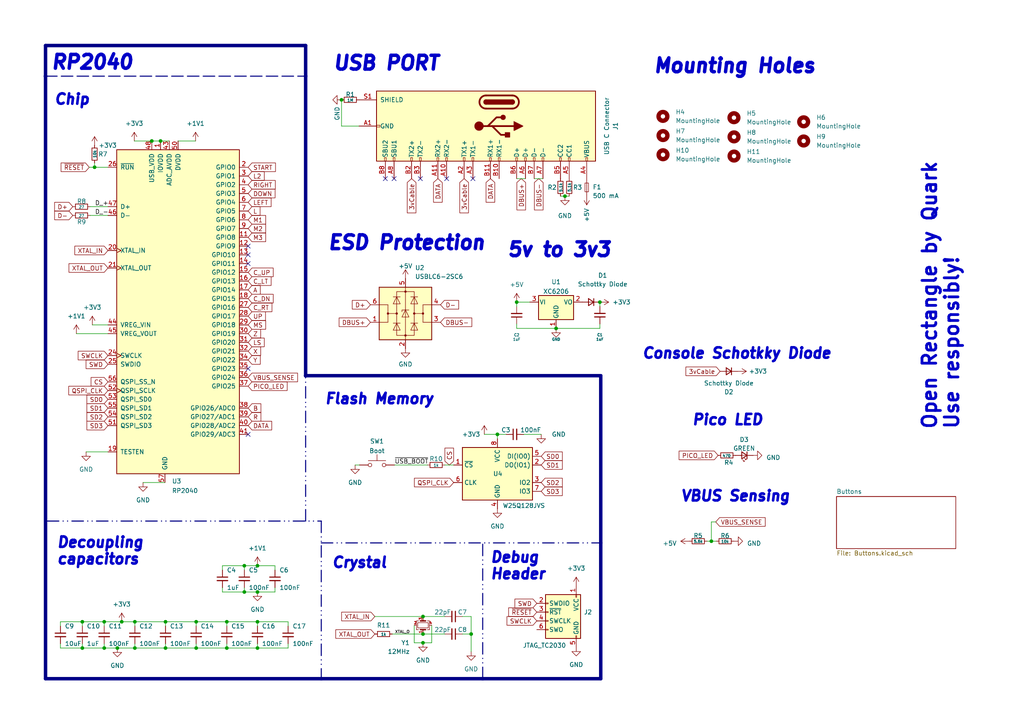
<source format=kicad_sch>
(kicad_sch (version 20230121) (generator eeschema)
  (paper "A4")
  (lib_symbols
    (symbol "Connector:USB_C_Receptacle" (pin_names (offset 1.016))
      (property "Reference" "J" (at -10.16 29.21 0))
      (property "Value" "USB_C_Receptacle" (at 10.16 29.21 0))
      (symbol "USB_C_Receptacle_1_1"
        (pin passive line (at 0 -40.64 90) (length 5.08) (name "GND") (number "A1"))
        (pin bidirectional line (at 15.24 -15.24 180) (length 5.08) (name "RX2-") (number "A10"))
        (pin bidirectional line (at 15.24 -17.78 180) (length 5.08) (name "RX2+") (number "A11"))
        (pin passive line (at 0 -40.64 90) (length 5.08) hide (name "GND") (number "A12"))
        (pin bidirectional line (at 15.24 -10.16 180) (length 5.08) (name "TX1+") (number "A2"))
        (pin bidirectional line (at 15.24 -7.62 180) (length 5.08) (name "TX1-") (number "A3"))
        (pin passive line (at 15.24 25.4 180) (length 5.08) (name "VBUS") (number "A4"))
        (pin bidirectional line (at 15.24 20.32 180) (length 5.08) (name "CC1") (number "A5"))
        (pin bidirectional line (at 15.24 7.62 180) (length 5.08) (name "D+") (number "A6"))
        (pin bidirectional line (at 15.24 12.7 180) (length 5.08) (name "D-") (number "A7"))
        (pin bidirectional line (at 15.24 -30.48 180) (length 5.08) (name "SBU1") (number "A8"))
        (pin passive line (at 15.24 25.4 180) (length 5.08) hide (name "VBUS") (number "A9"))
        (pin passive line (at 0 -40.64 90) (length 5.08) hide (name "GND") (number "B1"))
        (pin bidirectional line (at 15.24 0 180) (length 5.08) (name "RX1-") (number "B10"))
        (pin bidirectional line (at 15.24 -2.54 180) (length 5.08) (name "RX1+") (number "B11"))
        (pin passive line (at 0 -40.64 90) (length 5.08) hide (name "GND") (number "B12"))
        (pin bidirectional line (at 15.24 -25.4 180) (length 5.08) (name "TX2+") (number "B2"))
        (pin bidirectional line (at 15.24 -22.86 180) (length 5.08) (name "TX2-") (number "B3"))
        (pin passive line (at 15.24 25.4 180) (length 5.08) hide (name "VBUS") (number "B4"))
        (pin bidirectional line (at 15.24 17.78 180) (length 5.08) (name "CC2") (number "B5"))
        (pin bidirectional line (at 15.24 5.08 180) (length 5.08) (name "D+") (number "B6"))
        (pin bidirectional line (at 15.24 10.16 180) (length 5.08) (name "D-") (number "B7"))
        (pin bidirectional line (at 15.24 -33.02 180) (length 5.08) (name "SBU2") (number "B8"))
        (pin passive line (at 15.24 25.4 180) (length 5.08) hide (name "VBUS") (number "B9"))
        (pin passive line (at -7.62 -40.64 90) (length 5.08) (name "SHIELD") (number "S1"))
      )
    )
    (symbol "Device:C_Small" (pin_numbers hide) (pin_names (offset 0.254) hide)
      (property "Reference" "C" (at 0.254 1.778 0))
      (property "Value" "C_Small" (at 0.254 -2.032 0))
      (symbol "C_Small_1_1"
        (pin passive line (at 0 2.54 270) (length 2.032) (name "~") (number "1"))
        (pin passive line (at 0 -2.54 90) (length 2.032) (name "~") (number "2"))
      )
    )
    (symbol "Device:Crystal_GND24_Small" (pin_names (offset 1.016) hide)
      (property "Reference" "Y" (at 1.27 4.445 0))
      (property "Value" "Crystal_GND24_Small" (at 1.27 2.54 0))
      (symbol "Crystal_GND24_Small_1_1"
        (pin passive line (at -2.54 0 0) (length 1.27) (name "1") (number "1"))
        (pin passive line (at 0 -2.54 90) (length 0.635) (name "2") (number "2"))
        (pin passive line (at 2.54 0 180) (length 1.27) (name "3") (number "3"))
        (pin passive line (at 0 2.54 270) (length 0.635) (name "4") (number "4"))
      )
    )
    (symbol "Device:D_Small" (pin_numbers hide) (pin_names (offset 0.254) hide)
      (property "Reference" "D" (at -1.27 2.032 0))
      (property "Value" "D_Small" (at -3.81 -2.032 0))
      (symbol "D_Small_1_1"
        (pin passive line (at -2.54 0 0) (length 1.778) (name "K") (number "1"))
        (pin passive line (at 2.54 0 180) (length 1.778) (name "A") (number "2"))
      )
    )
    (symbol "Device:Fuse_Small" (pin_numbers hide) (pin_names (offset 0.254) hide)
      (property "Reference" "F" (at 0 -1.524 0))
      (property "Value" "Fuse_Small" (at 0 1.524 0))
      (symbol "Fuse_Small_1_1"
        (pin passive line (at -2.54 0 0) (length 1.27) (name "~") (number "1"))
        (pin passive line (at 2.54 0 180) (length 1.27) (name "~") (number "2"))
      )
    )
    (symbol "Device:LED_Small" (pin_numbers hide) (pin_names (offset 0.254) hide)
      (property "Reference" "D" (at -1.27 3.175 0))
      (property "Value" "LED_Small" (at -4.445 -2.54 0))
      (symbol "LED_Small_1_1"
        (pin passive line (at -2.54 0 0) (length 1.778) (name "K") (number "1"))
        (pin passive line (at 2.54 0 180) (length 1.778) (name "A") (number "2"))
      )
    )
    (symbol "Device:R_Small" (pin_numbers hide) (pin_names (offset 0.254) hide)
      (property "Reference" "R" (at 0.762 0.508 0))
      (property "Value" "R_Small" (at 0.762 -1.016 0))
      (symbol "R_Small_1_1"
        (pin passive line (at 0 2.54 270) (length 0.762) (name "~") (number "1"))
        (pin passive line (at 0 -2.54 90) (length 0.762) (name "~") (number "2"))
      )
    )
    (symbol "Mechanical:MountingHole" (pin_names (offset 1.016))
      (property "Reference" "H" (at 0 5.08 0))
      (property "Value" "MountingHole" (at 0 3.175 0))
    )
    (symbol "Memory_Flash:W25Q128JVS"
      (property "Reference" "U" (at -8.89 8.89 0))
      (property "Value" "W25Q128JVS" (at 7.62 8.89 0))
      (symbol "W25Q128JVS_1_1"
        (pin input line (at -12.7 2.54 0) (length 2.54) (name "~{CS}") (number "1"))
        (pin bidirectional line (at 12.7 2.54 180) (length 2.54) (name "DO(IO1)") (number "2"))
        (pin bidirectional line (at 12.7 -2.54 180) (length 2.54) (name "IO2") (number "3"))
        (pin power_in line (at 0 -10.16 90) (length 2.54) (name "GND") (number "4"))
        (pin bidirectional line (at 12.7 5.08 180) (length 2.54) (name "DI(IO0)") (number "5"))
        (pin input line (at -12.7 -2.54 0) (length 2.54) (name "CLK") (number "6"))
        (pin bidirectional line (at 12.7 -5.08 180) (length 2.54) (name "IO3") (number "7"))
        (pin power_in line (at 0 10.16 270) (length 2.54) (name "VCC") (number "8"))
      )
    )
    (symbol "Power_Protection:USBLC6-2SC6" (pin_names hide)
      (property "Reference" "U" (at 2.54 8.89 0))
      (property "Value" "USBLC6-2SC6" (at 2.54 -8.89 0))
      (symbol "USBLC6-2SC6_1_1"
        (pin passive line (at -10.16 -2.54 0) (length 2.54) (name "I/O1") (number "1"))
        (pin passive line (at 0 -10.16 90) (length 2.54) (name "GND") (number "2"))
        (pin passive line (at 10.16 -2.54 180) (length 2.54) (name "I/O2") (number "3"))
        (pin passive line (at 10.16 2.54 180) (length 2.54) (name "I/O2") (number "4"))
        (pin passive line (at 0 10.16 270) (length 2.54) (name "VBUS") (number "5"))
        (pin passive line (at -10.16 2.54 0) (length 2.54) (name "I/O1") (number "6"))
      )
    )
    (symbol "Regulator_Linear:XC6206PxxxMR" (pin_names (offset 0.254))
      (property "Reference" "U" (at -3.81 3.175 0))
      (property "Value" "XC6206PxxxMR" (at 0 3.175 0))
      (symbol "XC6206PxxxMR_1_1"
        (pin power_in line (at 0 -7.62 90) (length 2.54) (name "GND") (number "1"))
        (pin power_out line (at 7.62 0 180) (length 2.54) (name "VO") (number "2"))
        (pin power_in line (at -7.62 0 0) (length 2.54) (name "VI") (number "3"))
      )
    )
    (symbol "Sleep-lib:RP2040" (pin_names (offset 1.016))
      (property "Reference" "U" (at 8.89 51.435 0))
      (property "Value" "RP2040" (at 8.89 48.895 0))
      (symbol "RP2040_1_1"
        (pin power_in line (at -5.08 50.8 270) (length 2.54) (name "IOVDD") (number "1"))
        (pin power_in line (at -5.08 50.8 270) (length 2.54) hide (name "IOVDD") (number "10"))
        (pin input line (at 20.32 22.86 180) (length 2.54) (name "GPIO8") (number "11"))
        (pin input line (at 20.32 20.32 180) (length 2.54) (name "GPIO9") (number "12"))
        (pin input line (at 20.32 17.78 180) (length 2.54) (name "GPIO10") (number "13"))
        (pin input line (at 20.32 15.24 180) (length 2.54) (name "GPIO11") (number "14"))
        (pin input line (at 20.32 12.7 180) (length 2.54) (name "GPIO12") (number "15"))
        (pin input line (at 20.32 10.16 180) (length 2.54) (name "GPIO13") (number "16"))
        (pin input line (at 20.32 7.62 180) (length 2.54) (name "GPIO14") (number "17"))
        (pin input line (at 20.32 5.08 180) (length 2.54) (name "GPIO15") (number "18"))
        (pin input line (at -20.32 -39.37 0) (length 2.54) (name "TESTEN") (number "19"))
        (pin input line (at 20.32 43.18 180) (length 2.54) (name "GPIO0") (number "2"))
        (pin input clock (at -20.32 19.05 0) (length 2.54) (name "XTAL_IN") (number "20"))
        (pin input clock (at -20.32 13.97 0) (length 2.54) (name "XTAL_OUT") (number "21"))
        (pin power_in line (at -5.08 50.8 270) (length 2.54) hide (name "IOVDD") (number "22"))
        (pin power_in line (at 0 50.8 270) (length 2.54) hide (name "DVDD") (number "23"))
        (pin input clock (at -20.32 -11.43 0) (length 2.54) (name "SWCLK") (number "24"))
        (pin bidirectional line (at -20.32 -13.97 0) (length 2.54) (name "SWDIO") (number "25"))
        (pin input line (at -20.32 43.18 0) (length 2.54) (name "~{RUN}") (number "26"))
        (pin input line (at 20.32 2.54 180) (length 2.54) (name "GPIO16") (number "27"))
        (pin input line (at 20.32 0 180) (length 2.54) (name "GPIO17") (number "28"))
        (pin input line (at 20.32 -2.54 180) (length 2.54) (name "GPIO18") (number "29"))
        (pin input line (at 20.32 40.64 180) (length 2.54) (name "GPIO1") (number "3"))
        (pin input line (at 20.32 -5.08 180) (length 2.54) (name "GPIO19") (number "30"))
        (pin input line (at 20.32 -7.62 180) (length 2.54) (name "GPIO20") (number "31"))
        (pin input line (at 20.32 -10.16 180) (length 2.54) (name "GPIO21") (number "32"))
        (pin power_in line (at -5.08 50.8 270) (length 2.54) hide (name "IOVDD") (number "33"))
        (pin input line (at 20.32 -12.7 180) (length 2.54) (name "GPIO22") (number "34"))
        (pin input line (at 20.32 -15.24 180) (length 2.54) (name "GPIO23") (number "35"))
        (pin input line (at 20.32 -17.78 180) (length 2.54) (name "GPIO24") (number "36"))
        (pin input line (at 20.32 -20.32 180) (length 2.54) (name "GPIO25") (number "37"))
        (pin input line (at 20.32 -26.67 180) (length 2.54) (name "GPIO26/ADC0") (number "38"))
        (pin input line (at 20.32 -29.21 180) (length 2.54) (name "GPIO27/ADC1") (number "39"))
        (pin input line (at 20.32 38.1 180) (length 2.54) (name "GPIO2") (number "4"))
        (pin input line (at 20.32 -31.75 180) (length 2.54) (name "GPIO28/ADC2") (number "40"))
        (pin input line (at 20.32 -34.29 180) (length 2.54) (name "GPIO29/ADC3") (number "41"))
        (pin power_in line (at -5.08 50.8 270) (length 2.54) hide (name "IOVDD") (number "42"))
        (pin power_in line (at -2.54 50.8 270) (length 2.54) (name "ADC_AVDD") (number "43"))
        (pin power_in line (at -20.32 -2.54 0) (length 2.54) (name "VREG_VIN") (number "44"))
        (pin power_out line (at -20.32 -5.08 0) (length 2.54) (name "VREG_VOUT") (number "45"))
        (pin bidirectional line (at -20.32 29.21 0) (length 2.54) (name "D-") (number "46"))
        (pin bidirectional line (at -20.32 31.75 0) (length 2.54) (name "D+") (number "47"))
        (pin power_in line (at -7.62 50.8 270) (length 2.54) (name "USB_VDD") (number "48"))
        (pin power_in line (at -5.08 50.8 270) (length 2.54) hide (name "IOVDD") (number "49"))
        (pin input line (at 20.32 35.56 180) (length 2.54) (name "GPIO3") (number "5"))
        (pin power_in line (at 0 50.8 270) (length 2.54) (name "DVDD") (number "50"))
        (pin bidirectional line (at -20.32 -31.75 0) (length 2.54) (name "QSPI_SD3") (number "51"))
        (pin input clock (at -20.32 -21.59 0) (length 2.54) (name "QSPI_SCLK") (number "52"))
        (pin bidirectional line (at -20.32 -24.13 0) (length 2.54) (name "QSPI_SD0") (number "53"))
        (pin bidirectional line (at -20.32 -29.21 0) (length 2.54) (name "QSPI_SD2") (number "54"))
        (pin bidirectional line (at -20.32 -26.67 0) (length 2.54) (name "QSPI_SD1") (number "55"))
        (pin bidirectional line (at -20.32 -19.05 0) (length 2.54) (name "QSPI_SS_N") (number "56"))
        (pin power_in line (at -3.81 -48.26 90) (length 2.54) (name "GND") (number "57"))
        (pin input line (at 20.32 33.02 180) (length 2.54) (name "GPIO4") (number "6"))
        (pin input line (at 20.32 30.48 180) (length 2.54) (name "GPIO5") (number "7"))
        (pin input line (at 20.32 27.94 180) (length 2.54) (name "GPIO6") (number "8"))
        (pin input line (at 20.32 25.4 180) (length 2.54) (name "GPIO7") (number "9"))
      )
    )
    (symbol "Switch:SW_Push" (pin_numbers hide) (pin_names (offset 1.016) hide)
      (property "Reference" "SW" (at 1.27 2.54 0))
      (property "Value" "SW_Push" (at 0 -1.524 0))
      (symbol "SW_Push_0_1"
        (pin passive line (at -5.08 0 0) (length 2.54) (name "1") (number "1"))
        (pin passive line (at 5.08 0 180) (length 2.54) (name "2") (number "2"))
      )
    )
    (symbol "marbastlib-various:JTAG_TC2030" (pin_names (offset 1.016))
      (property "Reference" "J" (at -3.81 -6.35 0))
      (property "Value" "JTAG_TC2030" (at -10.16 8.89 0))
      (symbol "JTAG_TC2030_1_1"
        (pin passive line (at 5.08 10.16 270) (length 2.54) (name "VCC") (number "1"))
        (pin passive line (at -6.35 5.08 0) (length 2.54) (name "SWDIO") (number "2"))
        (pin passive line (at -6.35 2.54 0) (length 2.54) (name "~{RST}") (number "3"))
        (pin passive line (at -6.35 0 0) (length 2.54) (name "SWCLK") (number "4"))
        (pin passive line (at 5.08 -7.62 90) (length 2.54) (name "GND") (number "5"))
        (pin passive line (at -6.35 -2.54 0) (length 2.54) (name "SWO") (number "6"))
      )
    )
    (symbol "power:+1V1" (power) (pin_names (offset 0))
      (property "Value" "+1V1" (at 0 3.556 0))
      (symbol "+1V1_1_1"
        (pin power_in line (at 0 0 90) (length 0) hide (name "+1V1") (number "1"))
      )
    )
    (symbol "power:+3.3V" (power) (pin_names (offset 0))
      (property "Value" "+3.3V" (at 0 3.556 0))
      (symbol "+3.3V_1_1"
        (pin power_in line (at 0 0 90) (length 0) hide (name "+3V3") (number "1"))
      )
    )
    (symbol "power:+3V3" (power) (pin_names (offset 0))
      (property "Value" "+3V3" (at 0 3.556 0))
      (symbol "+3V3_1_1"
        (pin power_in line (at 0 0 90) (length 0) hide (name "+3V3") (number "1"))
      )
    )
    (symbol "power:+5V" (power) (pin_names (offset 0))
      (property "Value" "+5V" (at 0 3.556 0))
      (symbol "+5V_1_1"
        (pin power_in line (at 0 0 90) (length 0) hide (name "+5V") (number "1"))
      )
    )
    (symbol "power:GND" (power) (pin_names (offset 0))
      (property "Value" "GND" (at 0 -3.81 0))
      (symbol "GND_1_1"
        (pin power_in line (at 0 0 270) (length 0) hide (name "GND") (number "1"))
      )
    )
  )
  (junction (at 23.876 187.96))
  (junction (at 56.896 180.34))
  (junction (at 56.896 187.96))
  (junction (at 88.646 22.098))
  (junction (at 23.876 180.34))
  (junction (at 74.676 180.34))
  (junction (at 161.29 95.25) (diameter 0.9144))
  (junction (at 74.676 164.084))
  (junction (at 93.1852 196.85))
  (junction (at 74.676 187.96))
  (junction (at 39.116 180.34))
  (junction (at 70.866 171.704))
  (junction (at 34.036 187.96))
  (junction (at 48.006 187.96))
  (junction (at 149.86 87.63) (diameter 0.9144))
  (junction (at 35.306 180.34))
  (junction (at 174.244 157.4631))
  (junction (at 44.0248 40.894))
  (junction (at 140.001 196.85))
  (junction (at 173.99 87.63))
  (junction (at 30.226 180.34))
  (junction (at 74.676 171.704))
  (junction (at 136.652 183.896))
  (junction (at 65.786 187.96))
  (junction (at 46.5648 40.894))
  (junction (at 122.682 186.436))
  (junction (at 13.208 22.098))
  (junction (at 70.866 164.084))
  (junction (at 122.682 183.896))
  (junction (at 88.646 108.966))
  (junction (at 206.3242 156.972))
  (junction (at 163.8554 56.896))
  (junction (at 39.116 187.96))
  (junction (at 144.272 125.984))
  (junction (at 48.006 180.34))
  (junction (at 122.682 178.816))
  (junction (at 27.432 48.514))
  (junction (at 99.06 28.956))
  (junction (at 30.226 187.96))
  (junction (at 65.786 180.34))
  (no_connect (at 71.9648 71.374))
  (no_connect (at 71.9648 73.914))
  (no_connect (at 71.9648 76.454))
  (no_connect (at 71.9648 106.934))
  (no_connect (at 137.16 51.816))
  (no_connect (at 129.54 51.816))
  (no_connect (at 121.92 51.816))
  (no_connect (at 114.3 51.816))
  (no_connect (at 111.76 51.816))
  (no_connect (at 71.9648 125.984))
  (wire (pts (xy 65.786 186.69) (xy 65.786 187.96)))
  (bus (pts (xy 174.244 196.85) (xy 174.244 157.4631)) (stroke (width 1)))
  (wire (pts (xy 70.866 164.084) (xy 64.516 164.084)))
  (wire (pts (xy 83.566 180.34) (xy 83.566 181.61)))
  (wire (pts (xy 205.0542 156.972) (xy 206.3242 156.972)))
  (bus (pts (xy 140.001 196.85) (xy 140.001 157.48)) (stroke (width 0) (type dash_dot_dot)))
  (wire (pts (xy 24.9748 131.064) (xy 31.3248 131.064)))
  (wire (pts (xy 39.116 180.34) (xy 39.116 181.61)))
  (wire (pts (xy 31.3248 96.774) (xy 22.1554 96.774)))
  (wire (pts (xy 207.5942 151.384) (xy 206.3242 151.384)))
  (bus (pts (xy 13.208 22.098) (xy 13.208 196.85)) (stroke (width 1)))
  (wire (pts (xy 30.226 180.34) (xy 30.226 181.61)))
  (wire (pts (xy 23.876 186.69) (xy 23.876 187.96)))
  (bus (pts (xy 93.1852 151.13) (xy 93.1852 196.85)) (stroke (width 0) (type dash_dot_dot)))
  (wire (pts (xy 51.6448 40.894) (xy 56.7248 40.894)))
  (wire (pts (xy 74.676 180.34) (xy 83.566 180.34)))
  (bus (pts (xy 93.1852 196.85) (xy 140.001 196.85)) (stroke (width 1)))
  (wire (pts (xy 65.786 187.96) (xy 74.676 187.96)))
  (wire (pts (xy 120.142 181.356) (xy 120.142 186.436)))
  (wire (pts (xy 23.876 187.96) (xy 30.226 187.96)))
  (wire (pts (xy 161.29 95.25) (xy 173.99 95.25)))
  (wire (pts (xy 136.652 178.816) (xy 136.652 183.896)))
  (wire (pts (xy 25.8891 48.514) (xy 27.432 48.514)))
  (wire (pts (xy 173.99 88.8746) (xy 173.99 87.63)))
  (wire (pts (xy 26.194 59.944) (xy 31.3248 59.944)))
  (wire (pts (xy 151.892 125.984) (xy 156.972 125.984)))
  (wire (pts (xy 83.566 187.96) (xy 83.566 186.69)))
  (bus (pts (xy 88.646 22.098) (xy 88.646 108.966)) (stroke (width 1)))
  (wire (pts (xy 17.526 186.69) (xy 17.526 187.96)))
  (bus (pts (xy 88.646 151.13) (xy 88.646 108.966)) (stroke (width 0) (type dash_dot_dot)))
  (wire (pts (xy 17.526 181.61) (xy 17.526 180.34)))
  (wire (pts (xy 46.5648 40.894) (xy 49.1048 40.894)))
  (wire (pts (xy 74.676 164.084) (xy 79.756 164.084)))
  (wire (pts (xy 120.142 186.436) (xy 122.682 186.436)))
  (wire (pts (xy 125.222 186.436) (xy 122.682 186.436)))
  (bus (pts (xy 13.208 22.098) (xy 88.646 22.098)) (stroke (width 0) (type dash)))
  (wire (pts (xy 48.006 180.34) (xy 56.896 180.34)))
  (wire (pts (xy 70.866 170.434) (xy 70.866 171.704)))
  (wire (pts (xy 39.116 187.96) (xy 39.116 186.69)))
  (wire (pts (xy 64.516 171.704) (xy 70.866 171.704)))
  (wire (pts (xy 74.676 164.084) (xy 70.866 164.084)))
  (wire (pts (xy 64.516 170.434) (xy 64.516 171.704)))
  (wire (pts (xy 56.896 180.34) (xy 65.786 180.34)))
  (wire (pts (xy 30.226 186.69) (xy 30.226 187.96)))
  (wire (pts (xy 206.3242 156.972) (xy 207.772 156.972)))
  (wire (pts (xy 65.786 180.34) (xy 74.676 180.34)))
  (wire (pts (xy 206.3242 151.384) (xy 206.3242 156.972)))
  (wire (pts (xy 41.4848 139.954) (xy 47.8348 139.954)))
  (wire (pts (xy 99.06 36.576) (xy 99.06 28.956)))
  (wire (pts (xy 129.032 183.896) (xy 122.682 183.896)))
  (wire (pts (xy 102.997 134.874) (xy 104.267 134.874)))
  (wire (pts (xy 17.526 180.34) (xy 23.876 180.34)))
  (wire (pts (xy 70.866 164.084) (xy 70.866 165.354)))
  (wire (pts (xy 149.86 93.98) (xy 149.86 95.25)))
  (wire (pts (xy 30.226 180.34) (xy 35.306 180.34)))
  (wire (pts (xy 39.116 180.34) (xy 48.006 180.34)))
  (bus (pts (xy 13.208 196.85) (xy 93.1852 196.85)) (stroke (width 1)))
  (bus (pts (xy 13.716 151.13) (xy 93.1852 151.13)) (stroke (width 0) (type dash_dot_dot)))
  (bus (pts (xy 88.646 13.208) (xy 88.646 22.098)) (stroke (width 1)))
  (wire (pts (xy 144.272 125.984) (xy 144.272 127.254)))
  (wire (pts (xy 104.14 36.576) (xy 99.06 36.576)))
  (wire (pts (xy 17.526 187.96) (xy 23.876 187.96)))
  (wire (pts (xy 26.7782 94.234) (xy 31.3248 94.234)))
  (wire (pts (xy 30.226 187.96) (xy 34.036 187.96)))
  (wire (pts (xy 149.86 87.63) (xy 149.86 88.9)))
  (wire (pts (xy 152.4 51.816) (xy 149.86 51.816)))
  (bus (pts (xy 13.208 13.208) (xy 13.208 22.098)) (stroke (width 1)))
  (wire (pts (xy 74.676 187.96) (xy 83.566 187.96)))
  (wire (pts (xy 39.116 187.96) (xy 48.006 187.96)))
  (wire (pts (xy 70.866 171.704) (xy 74.676 171.704)))
  (wire (pts (xy 173.99 93.9546) (xy 173.99 95.25)))
  (wire (pts (xy 56.896 187.96) (xy 65.786 187.96)))
  (wire (pts (xy 136.652 183.896) (xy 136.652 188.976)))
  (wire (pts (xy 161.29 95.25) (xy 149.86 95.25)))
  (bus (pts (xy 174.244 157.4631) (xy 174.244 157.48)))
  (wire (pts (xy 108.712 178.816) (xy 122.682 178.816)))
  (wire (pts (xy 35.306 180.34) (xy 39.116 180.34)))
  (wire (pts (xy 27.432 47.244) (xy 27.432 48.514)))
  (wire (pts (xy 64.516 164.084) (xy 64.516 165.354)))
  (wire (pts (xy 163.8554 56.896) (xy 165.1 56.896)))
  (wire (pts (xy 56.896 186.69) (xy 56.896 187.96)))
  (wire (pts (xy 129.032 134.874) (xy 131.572 134.874)))
  (wire (pts (xy 157.48 51.816) (xy 154.94 51.816)))
  (wire (pts (xy 56.896 180.34) (xy 56.896 181.61)))
  (wire (pts (xy 125.222 181.356) (xy 125.222 186.436)))
  (wire (pts (xy 74.676 180.34) (xy 74.676 181.61)))
  (wire (pts (xy 129.032 178.816) (xy 122.682 178.816)))
  (wire (pts (xy 79.756 171.704) (xy 79.756 170.434)))
  (wire (pts (xy 48.006 187.96) (xy 56.896 187.96)))
  (bus (pts (xy 174.244 157.4631) (xy 174.244 108.966)) (stroke (width 1)))
  (bus (pts (xy 93.1852 157.4631) (xy 174.244 157.4631)) (stroke (width 0) (type dash_dot_dot)))
  (wire (pts (xy 144.272 125.984) (xy 146.812 125.984)))
  (wire (pts (xy 23.876 180.34) (xy 23.876 181.61)))
  (wire (pts (xy 48.006 180.34) (xy 48.006 181.61)))
  (wire (pts (xy 27.432 48.514) (xy 31.3248 48.514)))
  (wire (pts (xy 149.86 87.63) (xy 153.67 87.63)))
  (bus (pts (xy 13.208 13.208) (xy 88.646 13.208)) (stroke (width 1)))
  (wire (pts (xy 38.9448 40.894) (xy 44.0248 40.894)))
  (wire (pts (xy 65.786 180.34) (xy 65.786 181.61)))
  (wire (pts (xy 30.226 180.34) (xy 23.876 180.34)))
  (wire (pts (xy 44.0248 40.894) (xy 46.5648 40.894)))
  (wire (pts (xy 134.112 178.816) (xy 136.652 178.816)))
  (wire (pts (xy 140.462 125.984) (xy 144.272 125.984)))
  (wire (pts (xy 79.756 164.084) (xy 79.756 165.354)))
  (wire (pts (xy 136.652 183.896) (xy 134.112 183.896)))
  (bus (pts (xy 140.001 196.85) (xy 174.244 196.85)) (stroke (width 1)))
  (wire (pts (xy 34.036 187.96) (xy 39.116 187.96)))
  (wire (pts (xy 74.676 187.96) (xy 74.676 186.69)))
  (wire (pts (xy 162.56 56.896) (xy 163.8554 56.896)))
  (bus (pts (xy 88.646 108.966) (xy 174.244 108.966)) (stroke (width 1)))
  (wire (pts (xy 74.676 171.704) (xy 79.756 171.704)))
  (wire (pts (xy 122.682 183.896) (xy 113.792 183.896)))
  (wire (pts (xy 26.194 62.484) (xy 31.3248 62.484)))
  (wire (pts (xy 114.427 134.874) (xy 123.952 134.874)))
  (wire (pts (xy 48.006 187.96) (xy 48.006 186.69)))
  (text "Decoupling\ncapacitors" (at 16.256 164.084 0) (effects (font (size 3 3) (thickness 2) bold italic) (justify left bottom)))
  (text "Console Schotkky Diode" (at 186.0042 104.394 0) (effects (font (size 3 3) (thickness 2) bold italic) (justify left bottom)))
  (text "Flash Memory" (at 93.98 117.602 0) (effects (font (size 3 3) (thickness 2) bold italic) (justify left bottom)))
  (text "Open Rectangle by Quark\nUse responsibly!" (at 278.384 124.968 90) (effects (font (size 4 4) (thickness 0.8) bold) (justify left bottom)))
  (text "Chip" (at 15.494 30.734 0) (effects (font (size 3 3) (thickness 2) bold italic) (justify left bottom)))
  (text "5v to 3v3" (at 146.812 74.93 0) (effects (font (size 4 4) (thickness 2) bold italic) (justify left bottom)))
  (text "VBUS Sensing" (at 197.1802 145.796 0) (effects (font (size 3 3) (thickness 2) bold italic) (justify left bottom)))
  (text "RP2040" (at 14.478 20.574 0) (effects (font (size 4 4) (thickness 2) bold italic) (justify left bottom)))
  (text "USB PORT" (at 96.266 20.828 0) (effects (font (size 4 4) (thickness 2) bold italic) (justify left bottom)))
  (text "Pico LED" (at 200.4822 123.698 0) (effects (font (size 3 3) (thickness 2) bold italic) (justify left bottom)))
  (text "Mounting Holes" (at 189.23 21.59 0) (effects (font (size 4 4) (thickness 2) bold italic) (justify left bottom)))
  (text "Debug\nHeader" (at 141.986 168.402 0) (effects (font (size 3 3) (thickness 2) bold italic) (justify left bottom)))
  (text "Crystal" (at 96.012 165.1 0) (effects (font (size 3 3) (thickness 2) bold italic) (justify left bottom)))
  (text "ESD Protection" (at 94.742 72.898 0) (effects (font (size 4 4) (thickness 2) bold italic) (justify left bottom)))
  (label "D_-" (at 27.5148 62.484 0))
  (label "~{USB_BOOT}" (at 114.427 134.874 0))
  (label "D_+" (at 27.5148 59.944 0))
  (label "XTAL_O" (at 118.872 183.896 180) (effects (font (size 0.8 0.8))))
  (global_label "START" (shape input) (at 71.9648 48.514 0) (property "Intersheetrefs" "${INTERSHEET_REFS}" (effects hide)))
  (global_label "SD0" (shape input) (at 156.972 132.334 0) (property "Intersheetrefs" "${INTERSHEET_REFS}" (effects hide)))
  (global_label "SD2" (shape input) (at 156.972 139.954 0) (property "Intersheetrefs" "${INTERSHEET_REFS}" (effects hide)))
  (global_label "SD2" (shape input) (at 31.3248 120.904 180) (property "Intersheetrefs" "${INTERSHEET_REFS}" (effects hide)))
  (global_label "DBUS+" (shape input) (at 107.442 93.472 180) (property "Intersheetrefs" "${INTERSHEET_REFS}" (effects hide)))
  (global_label "SWD" (shape input) (at 31.3248 105.664 180) (property "Intersheetrefs" "${INTERSHEET_REFS}" (effects hide)))
  (global_label "3vCable" (shape input) (at 134.62 51.816 270) (property "Intersheetrefs" "${INTERSHEET_REFS}" (effects hide)))
  (global_label "SWCLK" (shape input) (at 31.3248 103.124 180) (property "Intersheetrefs" "${INTERSHEET_REFS}" (effects hide)))
  (global_label "RIGHT" (shape input) (at 71.9648 53.594 0) (property "Intersheetrefs" "${INTERSHEET_REFS}" (effects hide)))
  (global_label "D+" (shape input) (at 21.114 59.944 180) (property "Intersheetrefs" "${INTERSHEET_REFS}" (effects hide)))
  (global_label "3vCable" (shape input) (at 119.38 51.816 270) (property "Intersheetrefs" "${INTERSHEET_REFS}" (effects hide)))
  (global_label "DATA" (shape input) (at 142.24 51.816 270) (property "Intersheetrefs" "${INTERSHEET_REFS}" (effects hide)))
  (global_label "M2" (shape input) (at 71.9648 66.294 0) (property "Intersheetrefs" "${INTERSHEET_REFS}" (effects hide)))
  (global_label "DBUS-" (shape input) (at 127.762 93.472 0) (property "Intersheetrefs" "${INTERSHEET_REFS}" (effects hide)))
  (global_label "D-" (shape input) (at 127.762 88.392 0) (property "Intersheetrefs" "${INTERSHEET_REFS}" (effects hide)))
  (global_label "L" (shape input) (at 71.9648 61.214 0) (property "Intersheetrefs" "${INTERSHEET_REFS}" (effects hide)))
  (global_label "SD3" (shape input) (at 156.972 142.494 0) (property "Intersheetrefs" "${INTERSHEET_REFS}" (effects hide)))
  (global_label "QSPI_CLK" (shape input) (at 131.572 139.954 180) (property "Intersheetrefs" "${INTERSHEET_REFS}" (effects hide)))
  (global_label "Y" (shape input) (at 71.9648 104.394 0) (property "Intersheetrefs" "${INTERSHEET_REFS}" (effects hide)))
  (global_label "CS" (shape input) (at 130.302 134.874 90) (property "Intersheetrefs" "${INTERSHEET_REFS}" (effects hide)))
  (global_label "DATA" (shape input) (at 127 51.816 270) (property "Intersheetrefs" "${INTERSHEET_REFS}" (effects hide)))
  (global_label "SD3" (shape input) (at 31.3248 123.444 180) (property "Intersheetrefs" "${INTERSHEET_REFS}" (effects hide)))
  (global_label "QSPI_CLK" (shape input) (at 31.3248 113.284 180) (property "Intersheetrefs" "${INTERSHEET_REFS}" (effects hide)))
  (global_label "DBUS+" (shape input) (at 151.1808 51.816 270) (property "Intersheetrefs" "${INTERSHEET_REFS}" (effects hide)))
  (global_label "PICO_LED" (shape input) (at 71.9648 112.014 0) (property "Intersheetrefs" "${INTERSHEET_REFS}" (effects hide)))
  (global_label "L2" (shape input) (at 71.9648 51.054 0) (property "Intersheetrefs" "${INTERSHEET_REFS}" (effects hide)))
  (global_label "C_DN" (shape input) (at 71.9648 86.614 0) (property "Intersheetrefs" "${INTERSHEET_REFS}" (effects hide)))
  (global_label "R" (shape input) (at 71.9648 120.904 0) (property "Intersheetrefs" "${INTERSHEET_REFS}" (effects hide)))
  (global_label "Z" (shape input) (at 71.9648 96.774 0) (property "Intersheetrefs" "${INTERSHEET_REFS}" (effects hide)))
  (global_label "~{RESET}" (shape input) (at 25.8891 48.514 180) (property "Intersheetrefs" "${INTERSHEET_REFS}" (effects hide)))
  (global_label "~{RESET}" (shape input) (at 155.702 177.546 180) (property "Intersheetrefs" "${INTERSHEET_REFS}" (effects hide)))
  (global_label "XTAL_OUT" (shape input) (at 31.3248 77.724 180) (property "Intersheetrefs" "${INTERSHEET_REFS}" (effects hide)))
  (global_label "SD1" (shape input) (at 31.3248 118.364 180) (property "Intersheetrefs" "${INTERSHEET_REFS}" (effects hide)))
  (global_label "VBUS_SENSE" (shape input) (at 207.5942 151.384 0) (property "Intersheetrefs" "${INTERSHEET_REFS}" (effects hide)))
  (global_label "SWCLK" (shape input) (at 155.702 180.086 180) (property "Intersheetrefs" "${INTERSHEET_REFS}" (effects hide)))
  (global_label "X" (shape input) (at 71.9648 101.854 0) (property "Intersheetrefs" "${INTERSHEET_REFS}" (effects hide)))
  (global_label "A" (shape input) (at 71.9648 84.074 0) (property "Intersheetrefs" "${INTERSHEET_REFS}" (effects hide)))
  (global_label "XTAL_OUT" (shape input) (at 108.712 183.896 180) (property "Intersheetrefs" "${INTERSHEET_REFS}" (effects hide)))
  (global_label "CS" (shape input) (at 31.3248 110.744 180) (property "Intersheetrefs" "${INTERSHEET_REFS}" (effects hide)))
  (global_label "LS" (shape input) (at 71.9648 99.314 0) (property "Intersheetrefs" "${INTERSHEET_REFS}" (effects hide)))
  (global_label "SD0" (shape input) (at 31.3248 115.824 180) (property "Intersheetrefs" "${INTERSHEET_REFS}" (effects hide)))
  (global_label "M3" (shape input) (at 71.9648 68.834 0) (property "Intersheetrefs" "${INTERSHEET_REFS}" (effects hide)))
  (global_label "SD1" (shape input) (at 156.972 134.874 0) (property "Intersheetrefs" "${INTERSHEET_REFS}" (effects hide)))
  (global_label "DOWN" (shape input) (at 71.9648 56.134 0) (property "Intersheetrefs" "${INTERSHEET_REFS}" (effects hide)))
  (global_label "LEFT" (shape input) (at 71.9648 58.674 0) (property "Intersheetrefs" "${INTERSHEET_REFS}" (effects hide)))
  (global_label "DBUS-" (shape input) (at 156.2608 51.816 270) (property "Intersheetrefs" "${INTERSHEET_REFS}" (effects hide)))
  (global_label "UP" (shape input) (at 71.9648 91.694 0) (property "Intersheetrefs" "${INTERSHEET_REFS}" (effects hide)))
  (global_label "C_LT" (shape input) (at 71.9648 81.534 0) (property "Intersheetrefs" "${INTERSHEET_REFS}" (effects hide)))
  (global_label "XTAL_IN" (shape input) (at 108.712 178.816 180) (property "Intersheetrefs" "${INTERSHEET_REFS}" (effects hide)))
  (global_label "D+" (shape input) (at 107.442 88.392 180) (property "Intersheetrefs" "${INTERSHEET_REFS}" (effects hide)))
  (global_label "DATA" (shape input) (at 71.9648 123.444 0) (property "Intersheetrefs" "${INTERSHEET_REFS}" (effects hide)))
  (global_label "C_RT" (shape input) (at 71.9648 89.154 0) (property "Intersheetrefs" "${INTERSHEET_REFS}" (effects hide)))
  (global_label "MS" (shape input) (at 71.9648 94.234 0) (property "Intersheetrefs" "${INTERSHEET_REFS}" (effects hide)))
  (global_label "3vCable" (shape input) (at 208.8642 107.696 180) (property "Intersheetrefs" "${INTERSHEET_REFS}" (effects hide)))
  (global_label "M1" (shape input) (at 71.9648 63.754 0) (property "Intersheetrefs" "${INTERSHEET_REFS}" (effects hide)))
  (global_label "D-" (shape input) (at 21.114 62.484 180) (property "Intersheetrefs" "${INTERSHEET_REFS}" (effects hide)))
  (global_label "PICO_LED" (shape input) (at 208.28 132.08 180) (property "Intersheetrefs" "${INTERSHEET_REFS}" (effects hide)))
  (global_label "SWD" (shape input) (at 155.702 175.006 180) (property "Intersheetrefs" "${INTERSHEET_REFS}" (effects hide)))
  (global_label "C_UP" (shape input) (at 71.9648 78.994 0) (property "Intersheetrefs" "${INTERSHEET_REFS}" (effects hide)))
  (global_label "XTAL_IN" (shape input) (at 31.3248 72.644 180) (property "Intersheetrefs" "${INTERSHEET_REFS}" (effects hide)))
  (global_label "B" (shape input) (at 71.9648 118.364 0) (property "Intersheetrefs" "${INTERSHEET_REFS}" (effects hide)))
  (global_label "VBUS_SENSE" (shape input) (at 71.9648 109.474 0) (property "Intersheetrefs" "${INTERSHEET_REFS}" (effects hide)))
  (symbol (lib_id "power:+3V3") (at 26.7782 94.234 0) (unit 1)
    (property "Reference" "#PWR016" (effects hide))
    (property "Value" "+3V3" (at 26.7782 89.154 0))
  )
  (symbol (lib_id "Device:R_Small") (at 27.432 44.704 0) (unit 1)
    (property "Reference" "R7" (at 28.4989 44.704 0) (effects (justify left)))
    (property "Value" "10k" (at 27.5083 45.8216 90) (effects (font (size 0.8 0.8)) (justify left)))
    (property "Footprint" "Resistor_SMD:R_0402_1005Metric" (effects hide))
    (property "LCSC" "C25744" (effects hide))
  )
  (symbol (lib_id "Mechanical:MountingHole") (at 233.0958 40.894 0) (unit 1)
    (property "Reference" "H9" (at 236.7534 39.6239 0) (effects (justify left)))
    (property "Value" "MountingHole" (at 236.7534 42.1639 0) (effects (justify left)))
    (property "Footprint" "MountingHole:MountingHole_2.2mm_M2_ISO14580_Pad" (effects hide))
  )
  (symbol (lib_id "Device:C_Small") (at 131.572 183.896 270) (mirror x) (unit 1)
    (property "Reference" "C8" (at 134.112 182.626 90))
    (property "Value" "22pF" (at 128.397 182.626 90))
    (property "Footprint" "Capacitor_SMD:C_0402_1005Metric" (effects hide))
    (property "LCSC" "C1555" (effects hide))
  )
  (symbol (lib_id "Device:C_Small") (at 64.516 167.894 0) (unit 1)
    (property "Reference" "C4" (at 65.786 165.3539 0) (effects (justify left)))
    (property "Value" "1uF" (at 65.786 170.4339 0) (effects (justify left)))
    (property "Footprint" "Capacitor_SMD:C_0402_1005Metric" (effects hide))
    (property "LCSC" "C52923" (effects hide))
  )
  (symbol (lib_id "Mechanical:MountingHole") (at 192.278 33.7566 0) (unit 1)
    (property "Reference" "H4" (at 195.9356 32.4865 0) (effects (justify left)))
    (property "Value" "MountingHole" (at 195.9356 35.0265 0) (effects (justify left)))
    (property "Footprint" "MountingHole:MountingHole_2.2mm_M2_ISO14580_Pad" (effects hide))
  )
  (symbol (lib_id "Device:D_Small") (at 171.45 87.63 180) (unit 1)
    (property "Reference" "D1" (at 174.8028 79.883 0))
    (property "Value" "Schottky Diode" (at 174.8028 82.423 0))
    (property "Footprint" "qw-footprints:CUSTOM D_SOD-123" (effects hide))
    (property "LCSC" "C130880" (effects hide))
  )
  (symbol (lib_id "Device:C_Small") (at 149.86 91.44 180) (unit 1)
    (property "Reference" "C2" (at 149.86 97.155 0) (effects (font (size 0.762 0.762))))
    (property "Value" "1uF" (at 149.86 98.425 0) (effects (font (size 0.762 0.762))))
    (property "Footprint" "Capacitor_SMD:C_0402_1005Metric" (effects hide))
    (property "LCSC" "C52923" (effects hide))
  )
  (symbol (lib_id "Device:R_Small") (at 162.56 54.356 180) (unit 1)
    (property "Reference" "R2" (at 161.4931 54.356 0) (effects (justify left)))
    (property "Value" "5.1k" (at 162.6616 53.0352 90) (effects (font (size 0.8 0.8)) (justify left)))
    (property "Footprint" "Resistor_SMD:R_0402_1005Metric" (effects hide))
    (property "LCSC" "C25744" (effects hide))
  )
  (symbol (lib_id "Device:R_Small") (at 210.82 132.08 90) (unit 1)
    (property "Reference" "R4" (at 212.7307 134.1571 90) (effects (justify left)))
    (property "Value" "470" (at 211.954 132.1916 90) (effects (font (size 0.8 0.8)) (justify left)))
    (property "Footprint" "Resistor_SMD:R_0402_1005Metric" (effects hide))
  )
  (symbol (lib_id "Mechanical:MountingHole") (at 212.9028 45.2628 0) (unit 1)
    (property "Reference" "H11" (at 216.5604 43.9927 0) (effects (justify left)))
    (property "Value" "MountingHole" (at 216.5604 46.5327 0) (effects (justify left)))
    (property "Footprint" "MountingHole:MountingHole_2.2mm_M2_ISO14580_Pad" (effects hide))
  )
  (symbol (lib_id "Device:C_Small") (at 149.352 125.984 90) (unit 1)
    (property "Reference" "C3" (at 148.0819 124.714 90) (effects (justify left)))
    (property "Value" "100nF" (at 156.9719 124.714 90) (effects (justify left)))
    (property "Footprint" "Capacitor_SMD:C_0402_1005Metric" (effects hide))
    (property "LCSC" "C1525" (effects hide))
  )
  (symbol (lib_id "Device:C_Small") (at 23.876 184.15 0) (unit 1)
    (property "Reference" "C10" (at 25.146 181.6099 0) (effects (justify left)))
    (property "Value" "1uF" (at 25.146 186.6899 0) (effects (justify left)))
    (property "Footprint" "Capacitor_SMD:C_0402_1005Metric" (effects hide))
    (property "LCSC" "C52923" (effects hide))
  )
  (symbol (lib_id "Device:R_Small") (at 101.6 28.956 90) (unit 1)
    (property "Reference" "R1" (at 101.6 27.4066 90))
    (property "Value" "1M" (at 101.6 29.0576 90) (effects (font (size 0.8 0.8))))
    (property "Footprint" "Resistor_SMD:R_0603_1608Metric" (effects hide))
    (property "LCSC" "C25190" (effects hide))
  )
  (symbol (lib_id "Device:R_Small") (at 23.654 62.484 90) (unit 1)
    (property "Reference" "R9" (at 23.654 64.3636 90))
    (property "Value" "27" (at 23.654 62.5856 90) (effects (font (size 0.8 0.8))))
    (property "Footprint" "Resistor_SMD:R_0603_1608Metric" (effects hide))
    (property "LCSC" "C25190" (effects hide))
  )
  (symbol (lib_id "power:GND") (at 212.852 156.972 90) (unit 1)
    (property "Reference" "#PWR012" (effects hide))
    (property "Value" "GND" (at 216.662 157.607 90) (effects (justify right)))
  )
  (symbol (lib_id "Device:C_Small") (at 48.006 184.15 0) (unit 1)
    (property "Reference" "C13" (at 49.276 181.6099 0) (effects (justify left)))
    (property "Value" "100nF" (at 49.276 186.6899 0) (effects (justify left)))
    (property "Footprint" "Capacitor_SMD:C_0402_1005Metric" (effects hide))
    (property "LCSC" "C1525" (effects hide))
  )
  (symbol (lib_id "Device:Fuse_Small") (at 170.18 54.356 270) (unit 1)
    (property "Reference" "F1" (at 171.9072 54.2544 90) (effects (justify left)))
    (property "Value" "500 mA" (at 171.9072 56.7944 90) (effects (justify left)))
    (property "Footprint" "Fuse:Fuse_1206_3216Metric" (effects hide))
  )
  (symbol (lib_id "Device:R_Small") (at 23.654 59.944 90) (unit 1)
    (property "Reference" "R8" (at 23.654 58.3946 90))
    (property "Value" "27" (at 23.654 60.0456 90) (effects (font (size 0.8 0.8))))
    (property "Footprint" "Resistor_SMD:R_0603_1608Metric" (effects hide))
    (property "LCSC" "C25190" (effects hide))
  )
  (symbol (lib_id "Power_Protection:USBLC6-2SC6") (at 117.602 90.932 0) (unit 1)
    (property "Reference" "U2" (at 120.3707 77.6732 0) (effects (justify left)))
    (property "Value" "USBLC6-2SC6" (at 120.3707 80.2132 0) (effects (justify left)))
    (property "Footprint" "Package_TO_SOT_SMD:SOT-23-6" (effects hide))
    (property "Datasheet" "https://www.st.com/resource/en/datasheet/usblc6-2.pdf" (effects hide))
  )
  (symbol (lib_id "power:GND") (at 117.602 101.092 0) (unit 1)
    (property "Reference" "#PWR08" (effects hide))
    (property "Value" "GND" (at 117.602 105.6545 0))
  )
  (symbol (lib_id "power:+1V1") (at 74.676 164.084 0) (unit 1)
    (property "Reference" "#PWR024" (effects hide))
    (property "Value" "+1V1" (at 74.676 159.004 0))
  )
  (symbol (lib_id "Device:R_Small") (at 111.252 183.896 270) (mirror x) (unit 1)
    (property "Reference" "R11" (at 111.252 181.356 90))
    (property "Value" "1k" (at 111.252 183.9909 90) (effects (font (size 0.8 0.8))))
    (property "Footprint" "Resistor_SMD:R_0402_1005Metric" (effects hide))
    (property "LCSC" "C11702" (effects hide))
  )
  (symbol (lib_id "Mechanical:MountingHole") (at 192.3034 39.3192 0) (unit 1)
    (property "Reference" "H7" (at 195.961 38.0491 0) (effects (justify left)))
    (property "Value" "MountingHole" (at 195.961 40.5891 0) (effects (justify left)))
    (property "Footprint" "MountingHole:MountingHole_2.2mm_M2_ISO14580_Pad" (effects hide))
  )
  (symbol (lib_id "Memory_Flash:W25Q128JVS") (at 144.272 137.414 0) (unit 1)
    (property "Reference" "U4" (at 143.002 137.414 0) (effects (justify left)))
    (property "Value" "W25Q128JVS" (at 145.7918 146.6562 0) (effects (justify left)))
    (property "Footprint" "Package_SO:SOIC-8_5.23x5.23mm_P1.27mm" (effects hide))
    (property "Datasheet" "http://www.winbond.com/resource-files/w25q128jv_dtr%20revc%2003272018%20plus.pdf" (effects hide))
    (property "LCSC" "C97521" (effects hide))
  )
  (symbol (lib_id "power:+3.3V") (at 173.99 87.63 270) (unit 1)
    (property "Reference" "#PWR06" (effects hide))
    (property "Value" "+3.3V" (at 177.6222 87.6299 90) (effects (justify left)))
  )
  (symbol (lib_id "power:+5V") (at 199.9742 156.972 90) (unit 1)
    (property "Reference" "#PWR011" (effects hide))
    (property "Value" "+5V" (at 196.2912 157.607 90) (effects (justify left)))
  )
  (symbol (lib_id "Device:C_Small") (at 17.526 184.15 0) (unit 1)
    (property "Reference" "C9" (at 18.796 181.6099 0) (effects (justify left)))
    (property "Value" "10uF" (at 18.796 186.6899 0) (effects (justify left)))
    (property "Footprint" "Capacitor_SMD:C_0402_1005Metric" (effects hide))
    (property "LCSC" "C15525" (effects hide))
  )
  (symbol (lib_id "Device:C_Small") (at 79.756 167.894 0) (unit 1)
    (property "Reference" "C6" (at 81.026 165.3539 0) (effects (justify left)))
    (property "Value" "100nF" (at 81.026 170.4339 0) (effects (justify left)))
    (property "Footprint" "Capacitor_SMD:C_0402_1005Metric" (effects hide))
    (property "LCSC" "C1525" (effects hide))
  )
  (symbol (lib_id "power:+3V3") (at 35.306 180.34 0) (unit 1)
    (property "Reference" "#PWR027" (effects hide))
    (property "Value" "+3V3" (at 35.306 175.26 0))
  )
  (symbol (lib_id "Sleep-lib:RP2040") (at 51.6448 91.694 0) (unit 1)
    (property "Reference" "U3" (at 49.8542 139.5635 0) (effects (justify left)))
    (property "Value" "RP2040" (at 49.8542 142.3386 0) (effects (justify left)))
    (property "Footprint" "qw-footprints:RP2040-QFN-56" (effects hide))
    (property "Datasheet" "https://datasheets.raspberrypi.com/rp2040/rp2040-datasheet.pdf" (effects hide))
    (property "LCSC" "C2040" (effects hide))
  )
  (symbol (lib_id "power:+5V") (at 149.86 87.63 0) (unit 1)
    (property "Reference" "#PWR05" (effects hide))
    (property "Value" "+5V" (at 149.86 82.55 0))
  )
  (symbol (lib_id "power:+5V") (at 170.18 56.896 180) (unit 1)
    (property "Reference" "#PWR03" (effects hide))
    (property "Value" "+5V" (at 170.1801 60.3504 90) (effects (justify left)))
  )
  (symbol (lib_id "power:+3V3") (at 167.132 169.926 0) (unit 1)
    (property "Reference" "#PWR025" (effects hide))
    (property "Value" "+3V3" (at 167.132 164.846 0))
  )
  (symbol (lib_id "power:GND") (at 218.44 132.08 90) (unit 1)
    (property "Reference" "#PWR010" (effects hide))
    (property "Value" "GND" (at 222.25 132.715 90) (effects (justify right)))
  )
  (symbol (lib_id "Device:R_Small") (at 165.1 54.356 0) (unit 1)
    (property "Reference" "R3" (at 166.1669 54.356 0) (effects (justify left)))
    (property "Value" "5.1k" (at 165.2016 55.6768 90) (effects (font (size 0.8 0.8)) (justify left)))
    (property "Footprint" "Resistor_SMD:R_0402_1005Metric" (effects hide))
    (property "LCSC" "C25744" (effects hide))
  )
  (symbol (lib_id "Device:LED_Small") (at 215.9 132.08 180) (unit 1)
    (property "Reference" "D3" (at 215.8365 127.508 0))
    (property "Value" "GREEN" (at 215.8365 130.048 0))
    (property "Footprint" "LED_SMD:LED_0805_2012Metric" (effects hide))
  )
  (symbol (lib_id "power:+3V3") (at 27.432 42.164 0) (unit 1)
    (property "Reference" "#PWR015" (effects hide))
    (property "Value" "+3V3" (at 31.242 42.164 0))
  )
  (symbol (lib_id "Device:D_Small") (at 211.4042 107.696 180) (unit 1)
    (property "Reference" "D2" (at 211.4042 113.6904 0))
    (property "Value" "Schottky Diode" (at 211.4042 111.1504 0))
    (property "Footprint" "qw-footprints:CUSTOM D_SOD-123" (effects hide))
    (property "LCSC" "C130880" (effects hide))
  )
  (symbol (lib_id "power:+1V1") (at 56.7248 40.894 0) (unit 1)
    (property "Reference" "#PWR014" (effects hide))
    (property "Value" "+1V1" (at 56.7248 35.814 0))
  )
  (symbol (lib_id "Device:R_Small") (at 202.5142 156.972 90) (unit 1)
    (property "Reference" "R5" (at 203.8189 155.3691 90) (effects (justify left)))
    (property "Value" "5.6k" (at 203.8707 157.0389 90) (effects (font (size 0.8 0.8)) (justify left)))
    (property "Footprint" "Resistor_SMD:R_0603_1608Metric" (effects hide))
  )
  (symbol (lib_id "power:+3V3") (at 213.9442 107.696 270) (unit 1)
    (property "Reference" "#PWR09" (effects hide))
    (property "Value" "+3V3" (at 222.4786 107.696 90) (effects (justify right)))
  )
  (symbol (lib_id "Connector:USB_C_Receptacle") (at 144.78 36.576 270) (unit 1)
    (property "Reference" "J1" (at 178.5112 36.576 0))
    (property "Value" "USB C Connector" (at 175.9712 36.576 0))
    (property "Footprint" "qw-footprints:TYPE-C_24P_QCHT" (effects hide))
    (property "Datasheet" "https://www.usb.org/sites/default/files/documents/usb_type-c.zip" (effects hide))
    (property "LCSC" "C456013" (effects hide))
  )
  (symbol (lib_id "Device:C_Small") (at 65.786 184.15 0) (unit 1)
    (property "Reference" "C15" (at 67.056 181.6099 0) (effects (justify left)))
    (property "Value" "100nF" (at 67.056 186.6899 0) (effects (justify left)))
    (property "Footprint" "Capacitor_SMD:C_0402_1005Metric" (effects hide))
    (property "LCSC" "C1525" (effects hide))
  )
  (symbol (lib_id "Device:C_Small") (at 30.226 184.15 0) (unit 1)
    (property "Reference" "C11" (at 31.496 181.6099 0) (effects (justify left)))
    (property "Value" "100nF" (at 31.496 186.6899 0) (effects (justify left)))
    (property "Footprint" "Capacitor_SMD:C_0402_1005Metric" (effects hide))
    (property "LCSC" "C1525" (effects hide))
  )
  (symbol (lib_id "power:GND") (at 24.9748 131.064 0) (unit 1)
    (property "Reference" "#PWR020" (effects hide))
    (property "Value" "GND" (at 24.9748 136.144 0))
  )
  (symbol (lib_id "power:GND") (at 99.06 28.956 270) (unit 1)
    (property "Reference" "#PWR01" (effects hide))
    (property "Value" "GND" (at 97.7901 30.8864 0) (effects (justify left)))
  )
  (symbol (lib_id "power:GND") (at 144.272 147.574 0) (unit 1)
    (property "Reference" "#PWR023" (effects hide))
    (property "Value" "GND" (at 144.272 152.654 0))
  )
  (symbol (lib_id "Regulator_Linear:XC6206PxxxMR") (at 161.29 87.63 0) (unit 1)
    (property "Reference" "U1" (at 161.29 81.7585 0))
    (property "Value" "XC6206" (at 161.29 84.5336 0))
    (property "Footprint" "Package_TO_SOT_SMD:SOT-23" (effects hide))
    (property "Datasheet" "https://www.torexsemi.com/file/xc6206/XC6206.pdf" (effects hide))
    (property "LCSC" "C5446" (effects hide))
  )
  (symbol (lib_id "power:+3V3") (at 140.462 125.984 0) (unit 1)
    (property "Reference" "#PWR018" (effects hide))
    (property "Value" "+3V3" (at 136.652 125.984 0))
  )
  (symbol (lib_id "Device:R_Small") (at 126.492 134.874 90) (unit 1)
    (property "Reference" "R10" (at 126.4878 133.082 90))
    (property "Value" "1k" (at 126.4892 134.9549 90) (effects (font (size 0.8 0.8))))
    (property "Footprint" "Resistor_SMD:R_0402_1005Metric" (effects hide))
    (property "LCSC" "C11702" (effects hide))
  )
  (symbol (lib_id "Mechanical:MountingHole") (at 192.3034 44.8818 0) (unit 1)
    (property "Reference" "H10" (at 195.961 43.6117 0) (effects (justify left)))
    (property "Value" "MountingHole" (at 195.961 46.1517 0) (effects (justify left)))
    (property "Footprint" "MountingHole:MountingHole_2.2mm_M2_ISO14580_Pad" (effects hide))
  )
  (symbol (lib_id "power:GND") (at 34.036 187.96 0) (unit 1)
    (property "Reference" "#PWR030" (effects hide))
    (property "Value" "GND" (at 34.036 193.04 0))
  )
  (symbol (lib_id "power:GND") (at 161.29 95.25 0) (unit 1)
    (property "Reference" "#PWR07" (effects hide))
    (property "Value" "GND" (at 161.29 98.425 0) (effects (font (size 0.762 0.762))))
  )
  (symbol (lib_id "Device:C_Small") (at 70.866 167.894 0) (unit 1)
    (property "Reference" "C5" (at 72.136 165.3539 0) (effects (justify left)))
    (property "Value" "100nF" (at 72.136 170.4339 0) (effects (justify left)))
    (property "Footprint" "Capacitor_SMD:C_0402_1005Metric" (effects hide))
    (property "LCSC" "C1525" (effects hide))
  )
  (symbol (lib_id "Device:C_Small") (at 173.99 91.4146 180) (unit 1)
    (property "Reference" "C1" (at 173.99 97.1296 0) (effects (font (size 0.762 0.762))))
    (property "Value" "1uF" (at 173.99 98.3996 0) (effects (font (size 0.762 0.762))))
    (property "Footprint" "Capacitor_SMD:C_0402_1005Metric" (effects hide))
    (property "LCSC" "C52923" (effects hide))
  )
  (symbol (lib_id "power:GND") (at 156.972 125.984 0) (unit 1)
    (property "Reference" "#PWR019" (effects hide))
    (property "Value" "GND" (at 162.052 125.984 0))
  )
  (symbol (lib_id "Mechanical:MountingHole") (at 212.8774 34.1376 0) (unit 1)
    (property "Reference" "H5" (at 216.535 32.8675 0) (effects (justify left)))
    (property "Value" "MountingHole" (at 216.535 35.4075 0) (effects (justify left)))
    (property "Footprint" "MountingHole:MountingHole_2.2mm_M2_ISO14580_Pad" (effects hide))
  )
  (symbol (lib_id "power:GND") (at 163.8554 56.896 0) (unit 1)
    (property "Reference" "#PWR02" (effects hide))
    (property "Value" "GND" (at 163.8554 62.5856 0))
  )
  (symbol (lib_id "Device:R_Small") (at 210.312 156.972 90) (unit 1)
    (property "Reference" "R6" (at 211.6491 155.3991 90) (effects (justify left)))
    (property "Value" "10k" (at 211.446 157.0836 90) (effects (font (size 0.8 0.8)) (justify left)))
    (property "Footprint" "Resistor_SMD:R_0603_1608Metric" (effects hide))
  )
  (symbol (lib_id "Device:C_Small") (at 131.572 178.816 270) (mirror x) (unit 1)
    (property "Reference" "C7" (at 134.112 177.546 90))
    (property "Value" "22pF" (at 128.397 177.546 90))
    (property "Footprint" "Capacitor_SMD:C_0402_1005Metric" (effects hide))
    (property "LCSC" "C1555" (effects hide))
  )
  (symbol (lib_id "power:+3V3") (at 38.9448 40.894 0) (unit 1)
    (property "Reference" "#PWR013" (effects hide))
    (property "Value" "+3V3" (at 38.9448 35.814 0))
  )
  (symbol (lib_id "Device:Crystal_GND24_Small") (at 122.682 181.356 270) (mirror x) (unit 1)
    (property "Reference" "Y1" (at 118.872 186.436 90) (effects (justify right)))
    (property "Value" "12MHz" (at 118.872 188.976 90) (effects (justify right)))
    (property "Footprint" "Crystal:Crystal_SMD_3225-4Pin_3.2x2.5mm" (effects hide))
    (property "LCSC" "C9002" (effects hide))
  )
  (symbol (lib_id "power:GND") (at 102.997 134.874 0) (unit 1)
    (property "Reference" "#PWR021" (effects hide))
    (property "Value" "GND" (at 102.997 139.954 0))
  )
  (symbol (lib_id "Mechanical:MountingHole") (at 233.0958 35.3314 0) (unit 1)
    (property "Reference" "H6" (at 236.7534 34.0613 0) (effects (justify left)))
    (property "Value" "MountingHole" (at 236.7534 36.6013 0) (effects (justify left)))
    (property "Footprint" "MountingHole:MountingHole_2.2mm_M2_ISO14580_Pad" (effects hide))
  )
  (symbol (lib_id "Device:C_Small") (at 39.116 184.15 0) (unit 1)
    (property "Reference" "C12" (at 40.386 181.6099 0) (effects (justify left)))
    (property "Value" "100nF" (at 40.386 186.6899 0) (effects (justify left)))
    (property "Footprint" "Capacitor_SMD:C_0402_1005Metric" (effects hide))
    (property "LCSC" "C1525" (effects hide))
  )
  (symbol (lib_id "power:GND") (at 122.682 186.436 0) (mirror y) (unit 1)
    (property "Reference" "#PWR028" (effects hide))
    (property "Value" "GND" (at 122.682 191.516 0))
  )
  (symbol (lib_id "Switch:SW_Push") (at 109.347 134.874 0) (unit 1) (in_bom no)
    (property "Reference" "SW1" (at 109.347 127.9865 0))
    (property "Value" "Boot" (at 109.347 130.7616 0))
    (property "Footprint" "Button_Switch_SMD:SW_SPST_SKQG_WithStem" (effects hide))
    (property "LCSC" "C5156480" (effects hide))
  )
  (symbol (lib_id "power:GND") (at 74.676 171.704 0) (unit 1)
    (property "Reference" "#PWR026" (effects hide))
    (property "Value" "GND" (at 74.676 176.784 0))
  )
  (symbol (lib_id "power:GND") (at 167.132 187.706 0) (unit 1)
    (property "Reference" "#PWR029" (effects hide))
    (property "Value" "GND" (at 167.132 192.786 0))
  )
  (symbol (lib_id "marbastlib-various:JTAG_TC2030") (at 162.052 180.086 0) (unit 1)
    (property "Reference" "J2" (at 169.3418 177.5459 0) (effects (justify left)))
    (property "Value" "JTAG_TC2030" (at 151.638 187.198 0) (effects (justify left)))
    (property "Footprint" "marbastlib-various:CON_TC2030_outlined" (effects hide))
    (property "Datasheet" " ~" (effects hide))
  )
  (symbol (lib_id "Device:C_Small") (at 74.676 184.15 0) (unit 1)
    (property "Reference" "C16" (at 75.946 181.6099 0) (effects (justify left)))
    (property "Value" "100nF" (at 75.946 186.6899 0) (effects (justify left)))
    (property "Footprint" "Capacitor_SMD:C_0402_1005Metric" (effects hide))
    (property "LCSC" "C1525" (effects hide))
  )
  (symbol (lib_id "Device:C_Small") (at 83.566 184.15 0) (unit 1)
    (property "Reference" "C17" (at 84.836 181.6099 0) (effects (justify left)))
    (property "Value" "100nF" (at 84.836 186.6899 0) (effects (justify left)))
    (property "Footprint" "Capacitor_SMD:C_0402_1005Metric" (effects hide))
    (property "LCSC" "C1525" (effects hide))
  )
  (symbol (lib_id "power:GND") (at 41.4848 139.954 0) (unit 1)
    (property "Reference" "#PWR022" (effects hide))
    (property "Value" "GND" (at 41.4848 145.034 0))
  )
  (symbol (lib_id "power:+1V1") (at 22.1554 96.774 0) (unit 1)
    (property "Reference" "#PWR017" (effects hide))
    (property "Value" "+1V1" (at 22.1554 91.694 0))
  )
  (symbol (lib_id "Device:C_Small") (at 56.896 184.15 0) (unit 1)
    (property "Reference" "C14" (at 58.166 181.6099 0) (effects (justify left)))
    (property "Value" "100nF" (at 58.166 186.6899 0) (effects (justify left)))
    (property "Footprint" "Capacitor_SMD:C_0402_1005Metric" (effects hide))
    (property "LCSC" "C1525" (effects hide))
  )
  (symbol (lib_id "power:GND") (at 136.652 188.976 0) (mirror y) (unit 1)
    (property "Reference" "#PWR031" (effects hide))
    (property "Value" "GND" (at 136.652 194.056 0))
  )
  (symbol (lib_id "Mechanical:MountingHole") (at 212.9028 39.7002 0) (unit 1)
    (property "Reference" "H8" (at 216.5604 38.4301 0) (effects (justify left)))
    (property "Value" "MountingHole" (at 216.5604 40.9701 0) (effects (justify left)))
    (property "Footprint" "MountingHole:MountingHole_2.2mm_M2_ISO14580_Pad" (effects hide))
  )
  (symbol (lib_id "power:+5V") (at 117.602 80.772 0) (unit 1)
    (property "Reference" "#PWR04" (effects hide))
    (property "Value" "+5V" (at 117.602 77.1675 0))
  )
  (sheet (at 242.6208 144.018) (size 34.5948 15.113) (stroke (width 0.1524))
    (property "Sheetname" "Buttons" (at 242.6208 143.3064 0) (effects (justify left bottom)))
    (property "Sheetfile" "Buttons.kicad_sch" (at 242.6208 159.7156 0) (effects (justify left top)))
  )
)
</source>
